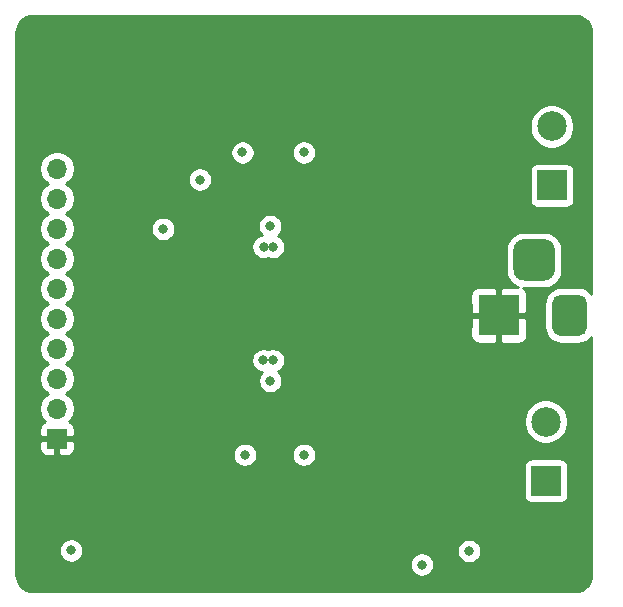
<source format=gbr>
%TF.GenerationSoftware,KiCad,Pcbnew,5.1.9-73d0e3b20d~88~ubuntu20.04.1*%
%TF.CreationDate,2021-06-05T19:46:01+02:00*%
%TF.ProjectId,pooky,706f6f6b-792e-46b6-9963-61645f706362,v1.00*%
%TF.SameCoordinates,Original*%
%TF.FileFunction,Copper,L4,Bot*%
%TF.FilePolarity,Positive*%
%FSLAX46Y46*%
G04 Gerber Fmt 4.6, Leading zero omitted, Abs format (unit mm)*
G04 Created by KiCad (PCBNEW 5.1.9-73d0e3b20d~88~ubuntu20.04.1) date 2021-06-05 19:46:01*
%MOMM*%
%LPD*%
G01*
G04 APERTURE LIST*
%TA.AperFunction,ComponentPad*%
%ADD10C,0.600000*%
%TD*%
%TA.AperFunction,SMDPad,CuDef*%
%ADD11R,3.400000X9.700000*%
%TD*%
%TA.AperFunction,ComponentPad*%
%ADD12R,3.500000X3.500000*%
%TD*%
%TA.AperFunction,ComponentPad*%
%ADD13C,2.500000*%
%TD*%
%TA.AperFunction,ComponentPad*%
%ADD14R,2.500000X2.500000*%
%TD*%
%TA.AperFunction,ComponentPad*%
%ADD15R,1.700000X1.700000*%
%TD*%
%TA.AperFunction,ComponentPad*%
%ADD16O,1.700000X1.700000*%
%TD*%
%TA.AperFunction,ViaPad*%
%ADD17C,0.800000*%
%TD*%
%TA.AperFunction,Conductor*%
%ADD18C,0.254000*%
%TD*%
%TA.AperFunction,Conductor*%
%ADD19C,0.100000*%
%TD*%
G04 APERTURE END LIST*
D10*
%TO.P,U1,29*%
%TO.N,GND*%
X167700000Y-95550000D03*
X169000000Y-95550000D03*
X170300000Y-95550000D03*
X170300000Y-97330000D03*
X169000000Y-97330000D03*
X167700000Y-97330000D03*
X170300000Y-99110000D03*
X169000000Y-99110000D03*
X167700000Y-99110000D03*
X170300000Y-100890000D03*
X169000000Y-100890000D03*
X167700000Y-100890000D03*
X170300000Y-102670000D03*
X169000000Y-102670000D03*
X167700000Y-102670000D03*
X170300000Y-104450000D03*
X169000000Y-104450000D03*
X167700000Y-104450000D03*
D11*
X169000000Y-100000000D03*
%TD*%
D12*
%TO.P,J5,1*%
%TO.N,GND*%
X191500000Y-101000000D03*
%TO.P,J5,2*%
%TO.N,vin*%
%TA.AperFunction,ComponentPad*%
G36*
G01*
X199000000Y-100000000D02*
X199000000Y-102000000D01*
G75*
G02*
X198250000Y-102750000I-750000J0D01*
G01*
X196750000Y-102750000D01*
G75*
G02*
X196000000Y-102000000I0J750000D01*
G01*
X196000000Y-100000000D01*
G75*
G02*
X196750000Y-99250000I750000J0D01*
G01*
X198250000Y-99250000D01*
G75*
G02*
X199000000Y-100000000I0J-750000D01*
G01*
G37*
%TD.AperFunction*%
%TO.P,J5,3*%
%TO.N,N/C*%
%TA.AperFunction,ComponentPad*%
G36*
G01*
X196250000Y-95425000D02*
X196250000Y-97175000D01*
G75*
G02*
X195375000Y-98050000I-875000J0D01*
G01*
X193625000Y-98050000D01*
G75*
G02*
X192750000Y-97175000I0J875000D01*
G01*
X192750000Y-95425000D01*
G75*
G02*
X193625000Y-94550000I875000J0D01*
G01*
X195375000Y-94550000D01*
G75*
G02*
X196250000Y-95425000I0J-875000D01*
G01*
G37*
%TD.AperFunction*%
%TD*%
D13*
%TO.P,LS2,2*%
%TO.N,Net-(C5-Pad2)*%
X196000000Y-85000000D03*
D14*
%TO.P,LS2,1*%
%TO.N,Net-(C6-Pad1)*%
X196000000Y-90000000D03*
%TD*%
%TO.P,LS1,1*%
%TO.N,Net-(C8-Pad1)*%
X195500000Y-115000000D03*
D13*
%TO.P,LS1,2*%
%TO.N,Net-(C7-Pad2)*%
X195500000Y-110000000D03*
%TD*%
D15*
%TO.P,J1,1*%
%TO.N,GND*%
X154100000Y-111430000D03*
D16*
%TO.P,J1,2*%
%TO.N,+5V*%
X154100000Y-108890000D03*
%TO.P,J1,3*%
%TO.N,i2c_scl*%
X154100000Y-106350000D03*
%TO.P,J1,4*%
%TO.N,i2c_sda*%
X154100000Y-103810000D03*
%TO.P,J1,5*%
%TO.N,i2s1_sd*%
X154100000Y-101270000D03*
%TO.P,J1,6*%
%TO.N,i2s1_ws*%
X154100000Y-98730000D03*
%TO.P,J1,7*%
%TO.N,i2s1_ck*%
X154100000Y-96190000D03*
%TO.P,J1,8*%
%TO.N,adc_vin*%
X154100000Y-93650000D03*
%TO.P,J1,9*%
%TO.N,tas_pdn*%
X154100000Y-91110000D03*
%TO.P,J1,10*%
%TO.N,tas_fault*%
X154100000Y-88570000D03*
%TD*%
D17*
%TO.N,GND*%
X164580000Y-93660000D03*
X164580000Y-106320000D03*
X189000000Y-119050000D03*
X177500000Y-123250000D03*
X174000000Y-121900000D03*
X155300000Y-117100000D03*
X163100000Y-106320000D03*
X162000000Y-97890000D03*
X168199982Y-87200000D03*
X176249992Y-93440000D03*
X176000000Y-95200000D03*
X176250000Y-106550000D03*
X176030000Y-104800000D03*
X186960000Y-107790001D03*
X186960000Y-92200000D03*
X160700000Y-120900000D03*
X164200000Y-91000000D03*
X185000000Y-119969998D03*
X188200000Y-117300000D03*
X176000000Y-121900000D03*
X168000012Y-112800000D03*
X163000000Y-87200000D03*
X163000000Y-112800000D03*
%TO.N,vin*%
X169800000Y-87200000D03*
X172150000Y-93450000D03*
X172390000Y-95200000D03*
X172370000Y-104800000D03*
X172160000Y-106550000D03*
X171600000Y-95200000D03*
X171570000Y-104800000D03*
X166200000Y-89500000D03*
X189000000Y-120950000D03*
X185000000Y-122100000D03*
X170000000Y-112800000D03*
X175000000Y-112800000D03*
X175000000Y-87200000D03*
%TO.N,+3V3*%
X163080000Y-93670000D03*
X155300000Y-120900000D03*
%TD*%
D18*
%TO.N,GND*%
X198259659Y-75688625D02*
X198509429Y-75764035D01*
X198739792Y-75886522D01*
X198941980Y-76051422D01*
X199108286Y-76252450D01*
X199232378Y-76481954D01*
X199309531Y-76731195D01*
X199340000Y-77021088D01*
X199340000Y-99150675D01*
X199231515Y-99018485D01*
X199021171Y-98845860D01*
X198781192Y-98717589D01*
X198520799Y-98638599D01*
X198250000Y-98611928D01*
X196750000Y-98611928D01*
X196479201Y-98638599D01*
X196218808Y-98717589D01*
X195978829Y-98845860D01*
X195768485Y-99018485D01*
X195595860Y-99228829D01*
X195467589Y-99468808D01*
X195388599Y-99729201D01*
X195361928Y-100000000D01*
X195361928Y-102000000D01*
X195388599Y-102270799D01*
X195467589Y-102531192D01*
X195595860Y-102771171D01*
X195768485Y-102981515D01*
X195978829Y-103154140D01*
X196218808Y-103282411D01*
X196479201Y-103361401D01*
X196750000Y-103388072D01*
X198250000Y-103388072D01*
X198520799Y-103361401D01*
X198781192Y-103282411D01*
X199021171Y-103154140D01*
X199231515Y-102981515D01*
X199340001Y-102849325D01*
X199340001Y-122967711D01*
X199311375Y-123259660D01*
X199235965Y-123509429D01*
X199113477Y-123739794D01*
X198948579Y-123941979D01*
X198747546Y-124108288D01*
X198518046Y-124232378D01*
X198268805Y-124309531D01*
X197978911Y-124340000D01*
X152032279Y-124340000D01*
X151740340Y-124311375D01*
X151490571Y-124235965D01*
X151260206Y-124113477D01*
X151058021Y-123948579D01*
X150891712Y-123747546D01*
X150767622Y-123518046D01*
X150690469Y-123268805D01*
X150660000Y-122978911D01*
X150660000Y-121998061D01*
X183965000Y-121998061D01*
X183965000Y-122201939D01*
X184004774Y-122401898D01*
X184082795Y-122590256D01*
X184196063Y-122759774D01*
X184340226Y-122903937D01*
X184509744Y-123017205D01*
X184698102Y-123095226D01*
X184898061Y-123135000D01*
X185101939Y-123135000D01*
X185301898Y-123095226D01*
X185490256Y-123017205D01*
X185659774Y-122903937D01*
X185803937Y-122759774D01*
X185917205Y-122590256D01*
X185995226Y-122401898D01*
X186035000Y-122201939D01*
X186035000Y-121998061D01*
X185995226Y-121798102D01*
X185917205Y-121609744D01*
X185803937Y-121440226D01*
X185659774Y-121296063D01*
X185490256Y-121182795D01*
X185301898Y-121104774D01*
X185101939Y-121065000D01*
X184898061Y-121065000D01*
X184698102Y-121104774D01*
X184509744Y-121182795D01*
X184340226Y-121296063D01*
X184196063Y-121440226D01*
X184082795Y-121609744D01*
X184004774Y-121798102D01*
X183965000Y-121998061D01*
X150660000Y-121998061D01*
X150660000Y-120798061D01*
X154265000Y-120798061D01*
X154265000Y-121001939D01*
X154304774Y-121201898D01*
X154382795Y-121390256D01*
X154496063Y-121559774D01*
X154640226Y-121703937D01*
X154809744Y-121817205D01*
X154998102Y-121895226D01*
X155198061Y-121935000D01*
X155401939Y-121935000D01*
X155601898Y-121895226D01*
X155790256Y-121817205D01*
X155959774Y-121703937D01*
X156103937Y-121559774D01*
X156217205Y-121390256D01*
X156295226Y-121201898D01*
X156335000Y-121001939D01*
X156335000Y-120848061D01*
X187965000Y-120848061D01*
X187965000Y-121051939D01*
X188004774Y-121251898D01*
X188082795Y-121440256D01*
X188196063Y-121609774D01*
X188340226Y-121753937D01*
X188509744Y-121867205D01*
X188698102Y-121945226D01*
X188898061Y-121985000D01*
X189101939Y-121985000D01*
X189301898Y-121945226D01*
X189490256Y-121867205D01*
X189659774Y-121753937D01*
X189803937Y-121609774D01*
X189917205Y-121440256D01*
X189995226Y-121251898D01*
X190035000Y-121051939D01*
X190035000Y-120848061D01*
X189995226Y-120648102D01*
X189917205Y-120459744D01*
X189803937Y-120290226D01*
X189659774Y-120146063D01*
X189490256Y-120032795D01*
X189301898Y-119954774D01*
X189101939Y-119915000D01*
X188898061Y-119915000D01*
X188698102Y-119954774D01*
X188509744Y-120032795D01*
X188340226Y-120146063D01*
X188196063Y-120290226D01*
X188082795Y-120459744D01*
X188004774Y-120648102D01*
X187965000Y-120848061D01*
X156335000Y-120848061D01*
X156335000Y-120798061D01*
X156295226Y-120598102D01*
X156217205Y-120409744D01*
X156103937Y-120240226D01*
X155959774Y-120096063D01*
X155790256Y-119982795D01*
X155601898Y-119904774D01*
X155401939Y-119865000D01*
X155198061Y-119865000D01*
X154998102Y-119904774D01*
X154809744Y-119982795D01*
X154640226Y-120096063D01*
X154496063Y-120240226D01*
X154382795Y-120409744D01*
X154304774Y-120598102D01*
X154265000Y-120798061D01*
X150660000Y-120798061D01*
X150660000Y-112280000D01*
X152611928Y-112280000D01*
X152624188Y-112404482D01*
X152660498Y-112524180D01*
X152719463Y-112634494D01*
X152798815Y-112731185D01*
X152895506Y-112810537D01*
X153005820Y-112869502D01*
X153125518Y-112905812D01*
X153250000Y-112918072D01*
X153814250Y-112915000D01*
X153973000Y-112756250D01*
X153973000Y-111557000D01*
X154227000Y-111557000D01*
X154227000Y-112756250D01*
X154385750Y-112915000D01*
X154950000Y-112918072D01*
X155074482Y-112905812D01*
X155194180Y-112869502D01*
X155304494Y-112810537D01*
X155401185Y-112731185D01*
X155428369Y-112698061D01*
X168965000Y-112698061D01*
X168965000Y-112901939D01*
X169004774Y-113101898D01*
X169082795Y-113290256D01*
X169196063Y-113459774D01*
X169340226Y-113603937D01*
X169509744Y-113717205D01*
X169698102Y-113795226D01*
X169898061Y-113835000D01*
X170101939Y-113835000D01*
X170301898Y-113795226D01*
X170490256Y-113717205D01*
X170659774Y-113603937D01*
X170803937Y-113459774D01*
X170917205Y-113290256D01*
X170995226Y-113101898D01*
X171035000Y-112901939D01*
X171035000Y-112698061D01*
X173965000Y-112698061D01*
X173965000Y-112901939D01*
X174004774Y-113101898D01*
X174082795Y-113290256D01*
X174196063Y-113459774D01*
X174340226Y-113603937D01*
X174509744Y-113717205D01*
X174698102Y-113795226D01*
X174898061Y-113835000D01*
X175101939Y-113835000D01*
X175301898Y-113795226D01*
X175411082Y-113750000D01*
X193611928Y-113750000D01*
X193611928Y-116250000D01*
X193624188Y-116374482D01*
X193660498Y-116494180D01*
X193719463Y-116604494D01*
X193798815Y-116701185D01*
X193895506Y-116780537D01*
X194005820Y-116839502D01*
X194125518Y-116875812D01*
X194250000Y-116888072D01*
X196750000Y-116888072D01*
X196874482Y-116875812D01*
X196994180Y-116839502D01*
X197104494Y-116780537D01*
X197201185Y-116701185D01*
X197280537Y-116604494D01*
X197339502Y-116494180D01*
X197375812Y-116374482D01*
X197388072Y-116250000D01*
X197388072Y-113750000D01*
X197375812Y-113625518D01*
X197339502Y-113505820D01*
X197280537Y-113395506D01*
X197201185Y-113298815D01*
X197104494Y-113219463D01*
X196994180Y-113160498D01*
X196874482Y-113124188D01*
X196750000Y-113111928D01*
X194250000Y-113111928D01*
X194125518Y-113124188D01*
X194005820Y-113160498D01*
X193895506Y-113219463D01*
X193798815Y-113298815D01*
X193719463Y-113395506D01*
X193660498Y-113505820D01*
X193624188Y-113625518D01*
X193611928Y-113750000D01*
X175411082Y-113750000D01*
X175490256Y-113717205D01*
X175659774Y-113603937D01*
X175803937Y-113459774D01*
X175917205Y-113290256D01*
X175995226Y-113101898D01*
X176035000Y-112901939D01*
X176035000Y-112698061D01*
X175995226Y-112498102D01*
X175917205Y-112309744D01*
X175803937Y-112140226D01*
X175659774Y-111996063D01*
X175490256Y-111882795D01*
X175301898Y-111804774D01*
X175101939Y-111765000D01*
X174898061Y-111765000D01*
X174698102Y-111804774D01*
X174509744Y-111882795D01*
X174340226Y-111996063D01*
X174196063Y-112140226D01*
X174082795Y-112309744D01*
X174004774Y-112498102D01*
X173965000Y-112698061D01*
X171035000Y-112698061D01*
X170995226Y-112498102D01*
X170917205Y-112309744D01*
X170803937Y-112140226D01*
X170659774Y-111996063D01*
X170490256Y-111882795D01*
X170301898Y-111804774D01*
X170101939Y-111765000D01*
X169898061Y-111765000D01*
X169698102Y-111804774D01*
X169509744Y-111882795D01*
X169340226Y-111996063D01*
X169196063Y-112140226D01*
X169082795Y-112309744D01*
X169004774Y-112498102D01*
X168965000Y-112698061D01*
X155428369Y-112698061D01*
X155480537Y-112634494D01*
X155539502Y-112524180D01*
X155575812Y-112404482D01*
X155588072Y-112280000D01*
X155585000Y-111715750D01*
X155426250Y-111557000D01*
X154227000Y-111557000D01*
X153973000Y-111557000D01*
X152773750Y-111557000D01*
X152615000Y-111715750D01*
X152611928Y-112280000D01*
X150660000Y-112280000D01*
X150660000Y-110580000D01*
X152611928Y-110580000D01*
X152615000Y-111144250D01*
X152773750Y-111303000D01*
X153973000Y-111303000D01*
X153973000Y-111283000D01*
X154227000Y-111283000D01*
X154227000Y-111303000D01*
X155426250Y-111303000D01*
X155585000Y-111144250D01*
X155588072Y-110580000D01*
X155575812Y-110455518D01*
X155539502Y-110335820D01*
X155480537Y-110225506D01*
X155401185Y-110128815D01*
X155304494Y-110049463D01*
X155194180Y-109990498D01*
X155121620Y-109968487D01*
X155253475Y-109836632D01*
X155268367Y-109814344D01*
X193615000Y-109814344D01*
X193615000Y-110185656D01*
X193687439Y-110549834D01*
X193829534Y-110892882D01*
X194035825Y-111201618D01*
X194298382Y-111464175D01*
X194607118Y-111670466D01*
X194950166Y-111812561D01*
X195314344Y-111885000D01*
X195685656Y-111885000D01*
X196049834Y-111812561D01*
X196392882Y-111670466D01*
X196701618Y-111464175D01*
X196964175Y-111201618D01*
X197170466Y-110892882D01*
X197312561Y-110549834D01*
X197385000Y-110185656D01*
X197385000Y-109814344D01*
X197312561Y-109450166D01*
X197170466Y-109107118D01*
X196964175Y-108798382D01*
X196701618Y-108535825D01*
X196392882Y-108329534D01*
X196049834Y-108187439D01*
X195685656Y-108115000D01*
X195314344Y-108115000D01*
X194950166Y-108187439D01*
X194607118Y-108329534D01*
X194298382Y-108535825D01*
X194035825Y-108798382D01*
X193829534Y-109107118D01*
X193687439Y-109450166D01*
X193615000Y-109814344D01*
X155268367Y-109814344D01*
X155415990Y-109593411D01*
X155527932Y-109323158D01*
X155585000Y-109036260D01*
X155585000Y-108743740D01*
X155527932Y-108456842D01*
X155415990Y-108186589D01*
X155253475Y-107943368D01*
X155046632Y-107736525D01*
X154872240Y-107620000D01*
X155046632Y-107503475D01*
X155253475Y-107296632D01*
X155415990Y-107053411D01*
X155527932Y-106783158D01*
X155585000Y-106496260D01*
X155585000Y-106203740D01*
X155527932Y-105916842D01*
X155415990Y-105646589D01*
X155253475Y-105403368D01*
X155046632Y-105196525D01*
X154872240Y-105080000D01*
X155046632Y-104963475D01*
X155253475Y-104756632D01*
X155292610Y-104698061D01*
X170535000Y-104698061D01*
X170535000Y-104901939D01*
X170574774Y-105101898D01*
X170652795Y-105290256D01*
X170766063Y-105459774D01*
X170910226Y-105603937D01*
X171079744Y-105717205D01*
X171268102Y-105795226D01*
X171420708Y-105825581D01*
X171356063Y-105890226D01*
X171242795Y-106059744D01*
X171164774Y-106248102D01*
X171125000Y-106448061D01*
X171125000Y-106651939D01*
X171164774Y-106851898D01*
X171242795Y-107040256D01*
X171356063Y-107209774D01*
X171500226Y-107353937D01*
X171669744Y-107467205D01*
X171858102Y-107545226D01*
X172058061Y-107585000D01*
X172261939Y-107585000D01*
X172461898Y-107545226D01*
X172650256Y-107467205D01*
X172819774Y-107353937D01*
X172963937Y-107209774D01*
X173077205Y-107040256D01*
X173155226Y-106851898D01*
X173195000Y-106651939D01*
X173195000Y-106448061D01*
X173155226Y-106248102D01*
X173077205Y-106059744D01*
X172963937Y-105890226D01*
X172819774Y-105746063D01*
X172808605Y-105738600D01*
X172860256Y-105717205D01*
X173029774Y-105603937D01*
X173173937Y-105459774D01*
X173287205Y-105290256D01*
X173365226Y-105101898D01*
X173405000Y-104901939D01*
X173405000Y-104698061D01*
X173365226Y-104498102D01*
X173287205Y-104309744D01*
X173173937Y-104140226D01*
X173029774Y-103996063D01*
X172860256Y-103882795D01*
X172671898Y-103804774D01*
X172471939Y-103765000D01*
X172268061Y-103765000D01*
X172068102Y-103804774D01*
X171970000Y-103845409D01*
X171871898Y-103804774D01*
X171671939Y-103765000D01*
X171468061Y-103765000D01*
X171268102Y-103804774D01*
X171079744Y-103882795D01*
X170910226Y-103996063D01*
X170766063Y-104140226D01*
X170652795Y-104309744D01*
X170574774Y-104498102D01*
X170535000Y-104698061D01*
X155292610Y-104698061D01*
X155415990Y-104513411D01*
X155527932Y-104243158D01*
X155585000Y-103956260D01*
X155585000Y-103663740D01*
X155527932Y-103376842D01*
X155415990Y-103106589D01*
X155253475Y-102863368D01*
X155140107Y-102750000D01*
X189111928Y-102750000D01*
X189124188Y-102874482D01*
X189160498Y-102994180D01*
X189219463Y-103104494D01*
X189298815Y-103201185D01*
X189395506Y-103280537D01*
X189505820Y-103339502D01*
X189625518Y-103375812D01*
X189750000Y-103388072D01*
X191214250Y-103385000D01*
X191373000Y-103226250D01*
X191373000Y-101127000D01*
X191627000Y-101127000D01*
X191627000Y-103226250D01*
X191785750Y-103385000D01*
X193250000Y-103388072D01*
X193374482Y-103375812D01*
X193494180Y-103339502D01*
X193604494Y-103280537D01*
X193701185Y-103201185D01*
X193780537Y-103104494D01*
X193839502Y-102994180D01*
X193875812Y-102874482D01*
X193888072Y-102750000D01*
X193885000Y-101285750D01*
X193726250Y-101127000D01*
X191627000Y-101127000D01*
X191373000Y-101127000D01*
X189273750Y-101127000D01*
X189115000Y-101285750D01*
X189111928Y-102750000D01*
X155140107Y-102750000D01*
X155046632Y-102656525D01*
X154872240Y-102540000D01*
X155046632Y-102423475D01*
X155253475Y-102216632D01*
X155415990Y-101973411D01*
X155527932Y-101703158D01*
X155585000Y-101416260D01*
X155585000Y-101123740D01*
X155527932Y-100836842D01*
X155415990Y-100566589D01*
X155253475Y-100323368D01*
X155046632Y-100116525D01*
X154872240Y-100000000D01*
X155046632Y-99883475D01*
X155253475Y-99676632D01*
X155415990Y-99433411D01*
X155491961Y-99250000D01*
X189111928Y-99250000D01*
X189115000Y-100714250D01*
X189273750Y-100873000D01*
X191373000Y-100873000D01*
X191373000Y-98773750D01*
X191627000Y-98773750D01*
X191627000Y-100873000D01*
X193726250Y-100873000D01*
X193885000Y-100714250D01*
X193888072Y-99250000D01*
X193875812Y-99125518D01*
X193839502Y-99005820D01*
X193780537Y-98895506D01*
X193701185Y-98798815D01*
X193604494Y-98719463D01*
X193527869Y-98678506D01*
X193625000Y-98688072D01*
X195375000Y-98688072D01*
X195670186Y-98658999D01*
X195954028Y-98572896D01*
X196215618Y-98433073D01*
X196444903Y-98244903D01*
X196633073Y-98015618D01*
X196772896Y-97754028D01*
X196858999Y-97470186D01*
X196888072Y-97175000D01*
X196888072Y-95425000D01*
X196858999Y-95129814D01*
X196772896Y-94845972D01*
X196633073Y-94584382D01*
X196444903Y-94355097D01*
X196215618Y-94166927D01*
X195954028Y-94027104D01*
X195670186Y-93941001D01*
X195375000Y-93911928D01*
X193625000Y-93911928D01*
X193329814Y-93941001D01*
X193045972Y-94027104D01*
X192784382Y-94166927D01*
X192555097Y-94355097D01*
X192366927Y-94584382D01*
X192227104Y-94845972D01*
X192141001Y-95129814D01*
X192111928Y-95425000D01*
X192111928Y-97175000D01*
X192141001Y-97470186D01*
X192227104Y-97754028D01*
X192366927Y-98015618D01*
X192555097Y-98244903D01*
X192784382Y-98433073D01*
X193045972Y-98572896D01*
X193175160Y-98612085D01*
X191785750Y-98615000D01*
X191627000Y-98773750D01*
X191373000Y-98773750D01*
X191214250Y-98615000D01*
X189750000Y-98611928D01*
X189625518Y-98624188D01*
X189505820Y-98660498D01*
X189395506Y-98719463D01*
X189298815Y-98798815D01*
X189219463Y-98895506D01*
X189160498Y-99005820D01*
X189124188Y-99125518D01*
X189111928Y-99250000D01*
X155491961Y-99250000D01*
X155527932Y-99163158D01*
X155585000Y-98876260D01*
X155585000Y-98583740D01*
X155527932Y-98296842D01*
X155415990Y-98026589D01*
X155253475Y-97783368D01*
X155046632Y-97576525D01*
X154872240Y-97460000D01*
X155046632Y-97343475D01*
X155253475Y-97136632D01*
X155415990Y-96893411D01*
X155527932Y-96623158D01*
X155585000Y-96336260D01*
X155585000Y-96043740D01*
X155527932Y-95756842D01*
X155415990Y-95486589D01*
X155253475Y-95243368D01*
X155108168Y-95098061D01*
X170565000Y-95098061D01*
X170565000Y-95301939D01*
X170604774Y-95501898D01*
X170682795Y-95690256D01*
X170796063Y-95859774D01*
X170940226Y-96003937D01*
X171109744Y-96117205D01*
X171298102Y-96195226D01*
X171498061Y-96235000D01*
X171701939Y-96235000D01*
X171901898Y-96195226D01*
X171995000Y-96156662D01*
X172088102Y-96195226D01*
X172288061Y-96235000D01*
X172491939Y-96235000D01*
X172691898Y-96195226D01*
X172880256Y-96117205D01*
X173049774Y-96003937D01*
X173193937Y-95859774D01*
X173307205Y-95690256D01*
X173385226Y-95501898D01*
X173425000Y-95301939D01*
X173425000Y-95098061D01*
X173385226Y-94898102D01*
X173307205Y-94709744D01*
X173193937Y-94540226D01*
X173049774Y-94396063D01*
X172880256Y-94282795D01*
X172810012Y-94253699D01*
X172953937Y-94109774D01*
X173067205Y-93940256D01*
X173145226Y-93751898D01*
X173185000Y-93551939D01*
X173185000Y-93348061D01*
X173145226Y-93148102D01*
X173067205Y-92959744D01*
X172953937Y-92790226D01*
X172809774Y-92646063D01*
X172640256Y-92532795D01*
X172451898Y-92454774D01*
X172251939Y-92415000D01*
X172048061Y-92415000D01*
X171848102Y-92454774D01*
X171659744Y-92532795D01*
X171490226Y-92646063D01*
X171346063Y-92790226D01*
X171232795Y-92959744D01*
X171154774Y-93148102D01*
X171115000Y-93348061D01*
X171115000Y-93551939D01*
X171154774Y-93751898D01*
X171232795Y-93940256D01*
X171346063Y-94109774D01*
X171417344Y-94181055D01*
X171298102Y-94204774D01*
X171109744Y-94282795D01*
X170940226Y-94396063D01*
X170796063Y-94540226D01*
X170682795Y-94709744D01*
X170604774Y-94898102D01*
X170565000Y-95098061D01*
X155108168Y-95098061D01*
X155046632Y-95036525D01*
X154872240Y-94920000D01*
X155046632Y-94803475D01*
X155253475Y-94596632D01*
X155415990Y-94353411D01*
X155527932Y-94083158D01*
X155585000Y-93796260D01*
X155585000Y-93568061D01*
X162045000Y-93568061D01*
X162045000Y-93771939D01*
X162084774Y-93971898D01*
X162162795Y-94160256D01*
X162276063Y-94329774D01*
X162420226Y-94473937D01*
X162589744Y-94587205D01*
X162778102Y-94665226D01*
X162978061Y-94705000D01*
X163181939Y-94705000D01*
X163381898Y-94665226D01*
X163570256Y-94587205D01*
X163739774Y-94473937D01*
X163883937Y-94329774D01*
X163997205Y-94160256D01*
X164075226Y-93971898D01*
X164115000Y-93771939D01*
X164115000Y-93568061D01*
X164075226Y-93368102D01*
X163997205Y-93179744D01*
X163883937Y-93010226D01*
X163739774Y-92866063D01*
X163570256Y-92752795D01*
X163381898Y-92674774D01*
X163181939Y-92635000D01*
X162978061Y-92635000D01*
X162778102Y-92674774D01*
X162589744Y-92752795D01*
X162420226Y-92866063D01*
X162276063Y-93010226D01*
X162162795Y-93179744D01*
X162084774Y-93368102D01*
X162045000Y-93568061D01*
X155585000Y-93568061D01*
X155585000Y-93503740D01*
X155527932Y-93216842D01*
X155415990Y-92946589D01*
X155253475Y-92703368D01*
X155046632Y-92496525D01*
X154872240Y-92380000D01*
X155046632Y-92263475D01*
X155253475Y-92056632D01*
X155415990Y-91813411D01*
X155527932Y-91543158D01*
X155585000Y-91256260D01*
X155585000Y-90963740D01*
X155527932Y-90676842D01*
X155415990Y-90406589D01*
X155253475Y-90163368D01*
X155046632Y-89956525D01*
X154872240Y-89840000D01*
X155046632Y-89723475D01*
X155253475Y-89516632D01*
X155332701Y-89398061D01*
X165165000Y-89398061D01*
X165165000Y-89601939D01*
X165204774Y-89801898D01*
X165282795Y-89990256D01*
X165396063Y-90159774D01*
X165540226Y-90303937D01*
X165709744Y-90417205D01*
X165898102Y-90495226D01*
X166098061Y-90535000D01*
X166301939Y-90535000D01*
X166501898Y-90495226D01*
X166690256Y-90417205D01*
X166859774Y-90303937D01*
X167003937Y-90159774D01*
X167117205Y-89990256D01*
X167195226Y-89801898D01*
X167235000Y-89601939D01*
X167235000Y-89398061D01*
X167195226Y-89198102D01*
X167117205Y-89009744D01*
X167003937Y-88840226D01*
X166913711Y-88750000D01*
X194111928Y-88750000D01*
X194111928Y-91250000D01*
X194124188Y-91374482D01*
X194160498Y-91494180D01*
X194219463Y-91604494D01*
X194298815Y-91701185D01*
X194395506Y-91780537D01*
X194505820Y-91839502D01*
X194625518Y-91875812D01*
X194750000Y-91888072D01*
X197250000Y-91888072D01*
X197374482Y-91875812D01*
X197494180Y-91839502D01*
X197604494Y-91780537D01*
X197701185Y-91701185D01*
X197780537Y-91604494D01*
X197839502Y-91494180D01*
X197875812Y-91374482D01*
X197888072Y-91250000D01*
X197888072Y-88750000D01*
X197875812Y-88625518D01*
X197839502Y-88505820D01*
X197780537Y-88395506D01*
X197701185Y-88298815D01*
X197604494Y-88219463D01*
X197494180Y-88160498D01*
X197374482Y-88124188D01*
X197250000Y-88111928D01*
X194750000Y-88111928D01*
X194625518Y-88124188D01*
X194505820Y-88160498D01*
X194395506Y-88219463D01*
X194298815Y-88298815D01*
X194219463Y-88395506D01*
X194160498Y-88505820D01*
X194124188Y-88625518D01*
X194111928Y-88750000D01*
X166913711Y-88750000D01*
X166859774Y-88696063D01*
X166690256Y-88582795D01*
X166501898Y-88504774D01*
X166301939Y-88465000D01*
X166098061Y-88465000D01*
X165898102Y-88504774D01*
X165709744Y-88582795D01*
X165540226Y-88696063D01*
X165396063Y-88840226D01*
X165282795Y-89009744D01*
X165204774Y-89198102D01*
X165165000Y-89398061D01*
X155332701Y-89398061D01*
X155415990Y-89273411D01*
X155527932Y-89003158D01*
X155585000Y-88716260D01*
X155585000Y-88423740D01*
X155527932Y-88136842D01*
X155415990Y-87866589D01*
X155253475Y-87623368D01*
X155046632Y-87416525D01*
X154803411Y-87254010D01*
X154533158Y-87142068D01*
X154311922Y-87098061D01*
X168765000Y-87098061D01*
X168765000Y-87301939D01*
X168804774Y-87501898D01*
X168882795Y-87690256D01*
X168996063Y-87859774D01*
X169140226Y-88003937D01*
X169309744Y-88117205D01*
X169498102Y-88195226D01*
X169698061Y-88235000D01*
X169901939Y-88235000D01*
X170101898Y-88195226D01*
X170290256Y-88117205D01*
X170459774Y-88003937D01*
X170603937Y-87859774D01*
X170717205Y-87690256D01*
X170795226Y-87501898D01*
X170835000Y-87301939D01*
X170835000Y-87098061D01*
X173965000Y-87098061D01*
X173965000Y-87301939D01*
X174004774Y-87501898D01*
X174082795Y-87690256D01*
X174196063Y-87859774D01*
X174340226Y-88003937D01*
X174509744Y-88117205D01*
X174698102Y-88195226D01*
X174898061Y-88235000D01*
X175101939Y-88235000D01*
X175301898Y-88195226D01*
X175490256Y-88117205D01*
X175659774Y-88003937D01*
X175803937Y-87859774D01*
X175917205Y-87690256D01*
X175995226Y-87501898D01*
X176035000Y-87301939D01*
X176035000Y-87098061D01*
X175995226Y-86898102D01*
X175917205Y-86709744D01*
X175803937Y-86540226D01*
X175659774Y-86396063D01*
X175490256Y-86282795D01*
X175301898Y-86204774D01*
X175101939Y-86165000D01*
X174898061Y-86165000D01*
X174698102Y-86204774D01*
X174509744Y-86282795D01*
X174340226Y-86396063D01*
X174196063Y-86540226D01*
X174082795Y-86709744D01*
X174004774Y-86898102D01*
X173965000Y-87098061D01*
X170835000Y-87098061D01*
X170795226Y-86898102D01*
X170717205Y-86709744D01*
X170603937Y-86540226D01*
X170459774Y-86396063D01*
X170290256Y-86282795D01*
X170101898Y-86204774D01*
X169901939Y-86165000D01*
X169698061Y-86165000D01*
X169498102Y-86204774D01*
X169309744Y-86282795D01*
X169140226Y-86396063D01*
X168996063Y-86540226D01*
X168882795Y-86709744D01*
X168804774Y-86898102D01*
X168765000Y-87098061D01*
X154311922Y-87098061D01*
X154246260Y-87085000D01*
X153953740Y-87085000D01*
X153666842Y-87142068D01*
X153396589Y-87254010D01*
X153153368Y-87416525D01*
X152946525Y-87623368D01*
X152784010Y-87866589D01*
X152672068Y-88136842D01*
X152615000Y-88423740D01*
X152615000Y-88716260D01*
X152672068Y-89003158D01*
X152784010Y-89273411D01*
X152946525Y-89516632D01*
X153153368Y-89723475D01*
X153327760Y-89840000D01*
X153153368Y-89956525D01*
X152946525Y-90163368D01*
X152784010Y-90406589D01*
X152672068Y-90676842D01*
X152615000Y-90963740D01*
X152615000Y-91256260D01*
X152672068Y-91543158D01*
X152784010Y-91813411D01*
X152946525Y-92056632D01*
X153153368Y-92263475D01*
X153327760Y-92380000D01*
X153153368Y-92496525D01*
X152946525Y-92703368D01*
X152784010Y-92946589D01*
X152672068Y-93216842D01*
X152615000Y-93503740D01*
X152615000Y-93796260D01*
X152672068Y-94083158D01*
X152784010Y-94353411D01*
X152946525Y-94596632D01*
X153153368Y-94803475D01*
X153327760Y-94920000D01*
X153153368Y-95036525D01*
X152946525Y-95243368D01*
X152784010Y-95486589D01*
X152672068Y-95756842D01*
X152615000Y-96043740D01*
X152615000Y-96336260D01*
X152672068Y-96623158D01*
X152784010Y-96893411D01*
X152946525Y-97136632D01*
X153153368Y-97343475D01*
X153327760Y-97460000D01*
X153153368Y-97576525D01*
X152946525Y-97783368D01*
X152784010Y-98026589D01*
X152672068Y-98296842D01*
X152615000Y-98583740D01*
X152615000Y-98876260D01*
X152672068Y-99163158D01*
X152784010Y-99433411D01*
X152946525Y-99676632D01*
X153153368Y-99883475D01*
X153327760Y-100000000D01*
X153153368Y-100116525D01*
X152946525Y-100323368D01*
X152784010Y-100566589D01*
X152672068Y-100836842D01*
X152615000Y-101123740D01*
X152615000Y-101416260D01*
X152672068Y-101703158D01*
X152784010Y-101973411D01*
X152946525Y-102216632D01*
X153153368Y-102423475D01*
X153327760Y-102540000D01*
X153153368Y-102656525D01*
X152946525Y-102863368D01*
X152784010Y-103106589D01*
X152672068Y-103376842D01*
X152615000Y-103663740D01*
X152615000Y-103956260D01*
X152672068Y-104243158D01*
X152784010Y-104513411D01*
X152946525Y-104756632D01*
X153153368Y-104963475D01*
X153327760Y-105080000D01*
X153153368Y-105196525D01*
X152946525Y-105403368D01*
X152784010Y-105646589D01*
X152672068Y-105916842D01*
X152615000Y-106203740D01*
X152615000Y-106496260D01*
X152672068Y-106783158D01*
X152784010Y-107053411D01*
X152946525Y-107296632D01*
X153153368Y-107503475D01*
X153327760Y-107620000D01*
X153153368Y-107736525D01*
X152946525Y-107943368D01*
X152784010Y-108186589D01*
X152672068Y-108456842D01*
X152615000Y-108743740D01*
X152615000Y-109036260D01*
X152672068Y-109323158D01*
X152784010Y-109593411D01*
X152946525Y-109836632D01*
X153078380Y-109968487D01*
X153005820Y-109990498D01*
X152895506Y-110049463D01*
X152798815Y-110128815D01*
X152719463Y-110225506D01*
X152660498Y-110335820D01*
X152624188Y-110455518D01*
X152611928Y-110580000D01*
X150660000Y-110580000D01*
X150660000Y-84814344D01*
X194115000Y-84814344D01*
X194115000Y-85185656D01*
X194187439Y-85549834D01*
X194329534Y-85892882D01*
X194535825Y-86201618D01*
X194798382Y-86464175D01*
X195107118Y-86670466D01*
X195450166Y-86812561D01*
X195814344Y-86885000D01*
X196185656Y-86885000D01*
X196549834Y-86812561D01*
X196892882Y-86670466D01*
X197201618Y-86464175D01*
X197464175Y-86201618D01*
X197670466Y-85892882D01*
X197812561Y-85549834D01*
X197885000Y-85185656D01*
X197885000Y-84814344D01*
X197812561Y-84450166D01*
X197670466Y-84107118D01*
X197464175Y-83798382D01*
X197201618Y-83535825D01*
X196892882Y-83329534D01*
X196549834Y-83187439D01*
X196185656Y-83115000D01*
X195814344Y-83115000D01*
X195450166Y-83187439D01*
X195107118Y-83329534D01*
X194798382Y-83535825D01*
X194535825Y-83798382D01*
X194329534Y-84107118D01*
X194187439Y-84450166D01*
X194115000Y-84814344D01*
X150660000Y-84814344D01*
X150660000Y-77032279D01*
X150688625Y-76740341D01*
X150764035Y-76490571D01*
X150886522Y-76260208D01*
X151051422Y-76058020D01*
X151252450Y-75891714D01*
X151481954Y-75767622D01*
X151731195Y-75690469D01*
X152021088Y-75660000D01*
X197967721Y-75660000D01*
X198259659Y-75688625D01*
%TA.AperFunction,Conductor*%
D19*
G36*
X198259659Y-75688625D02*
G01*
X198509429Y-75764035D01*
X198739792Y-75886522D01*
X198941980Y-76051422D01*
X199108286Y-76252450D01*
X199232378Y-76481954D01*
X199309531Y-76731195D01*
X199340000Y-77021088D01*
X199340000Y-99150675D01*
X199231515Y-99018485D01*
X199021171Y-98845860D01*
X198781192Y-98717589D01*
X198520799Y-98638599D01*
X198250000Y-98611928D01*
X196750000Y-98611928D01*
X196479201Y-98638599D01*
X196218808Y-98717589D01*
X195978829Y-98845860D01*
X195768485Y-99018485D01*
X195595860Y-99228829D01*
X195467589Y-99468808D01*
X195388599Y-99729201D01*
X195361928Y-100000000D01*
X195361928Y-102000000D01*
X195388599Y-102270799D01*
X195467589Y-102531192D01*
X195595860Y-102771171D01*
X195768485Y-102981515D01*
X195978829Y-103154140D01*
X196218808Y-103282411D01*
X196479201Y-103361401D01*
X196750000Y-103388072D01*
X198250000Y-103388072D01*
X198520799Y-103361401D01*
X198781192Y-103282411D01*
X199021171Y-103154140D01*
X199231515Y-102981515D01*
X199340001Y-102849325D01*
X199340001Y-122967711D01*
X199311375Y-123259660D01*
X199235965Y-123509429D01*
X199113477Y-123739794D01*
X198948579Y-123941979D01*
X198747546Y-124108288D01*
X198518046Y-124232378D01*
X198268805Y-124309531D01*
X197978911Y-124340000D01*
X152032279Y-124340000D01*
X151740340Y-124311375D01*
X151490571Y-124235965D01*
X151260206Y-124113477D01*
X151058021Y-123948579D01*
X150891712Y-123747546D01*
X150767622Y-123518046D01*
X150690469Y-123268805D01*
X150660000Y-122978911D01*
X150660000Y-121998061D01*
X183965000Y-121998061D01*
X183965000Y-122201939D01*
X184004774Y-122401898D01*
X184082795Y-122590256D01*
X184196063Y-122759774D01*
X184340226Y-122903937D01*
X184509744Y-123017205D01*
X184698102Y-123095226D01*
X184898061Y-123135000D01*
X185101939Y-123135000D01*
X185301898Y-123095226D01*
X185490256Y-123017205D01*
X185659774Y-122903937D01*
X185803937Y-122759774D01*
X185917205Y-122590256D01*
X185995226Y-122401898D01*
X186035000Y-122201939D01*
X186035000Y-121998061D01*
X185995226Y-121798102D01*
X185917205Y-121609744D01*
X185803937Y-121440226D01*
X185659774Y-121296063D01*
X185490256Y-121182795D01*
X185301898Y-121104774D01*
X185101939Y-121065000D01*
X184898061Y-121065000D01*
X184698102Y-121104774D01*
X184509744Y-121182795D01*
X184340226Y-121296063D01*
X184196063Y-121440226D01*
X184082795Y-121609744D01*
X184004774Y-121798102D01*
X183965000Y-121998061D01*
X150660000Y-121998061D01*
X150660000Y-120798061D01*
X154265000Y-120798061D01*
X154265000Y-121001939D01*
X154304774Y-121201898D01*
X154382795Y-121390256D01*
X154496063Y-121559774D01*
X154640226Y-121703937D01*
X154809744Y-121817205D01*
X154998102Y-121895226D01*
X155198061Y-121935000D01*
X155401939Y-121935000D01*
X155601898Y-121895226D01*
X155790256Y-121817205D01*
X155959774Y-121703937D01*
X156103937Y-121559774D01*
X156217205Y-121390256D01*
X156295226Y-121201898D01*
X156335000Y-121001939D01*
X156335000Y-120848061D01*
X187965000Y-120848061D01*
X187965000Y-121051939D01*
X188004774Y-121251898D01*
X188082795Y-121440256D01*
X188196063Y-121609774D01*
X188340226Y-121753937D01*
X188509744Y-121867205D01*
X188698102Y-121945226D01*
X188898061Y-121985000D01*
X189101939Y-121985000D01*
X189301898Y-121945226D01*
X189490256Y-121867205D01*
X189659774Y-121753937D01*
X189803937Y-121609774D01*
X189917205Y-121440256D01*
X189995226Y-121251898D01*
X190035000Y-121051939D01*
X190035000Y-120848061D01*
X189995226Y-120648102D01*
X189917205Y-120459744D01*
X189803937Y-120290226D01*
X189659774Y-120146063D01*
X189490256Y-120032795D01*
X189301898Y-119954774D01*
X189101939Y-119915000D01*
X188898061Y-119915000D01*
X188698102Y-119954774D01*
X188509744Y-120032795D01*
X188340226Y-120146063D01*
X188196063Y-120290226D01*
X188082795Y-120459744D01*
X188004774Y-120648102D01*
X187965000Y-120848061D01*
X156335000Y-120848061D01*
X156335000Y-120798061D01*
X156295226Y-120598102D01*
X156217205Y-120409744D01*
X156103937Y-120240226D01*
X155959774Y-120096063D01*
X155790256Y-119982795D01*
X155601898Y-119904774D01*
X155401939Y-119865000D01*
X155198061Y-119865000D01*
X154998102Y-119904774D01*
X154809744Y-119982795D01*
X154640226Y-120096063D01*
X154496063Y-120240226D01*
X154382795Y-120409744D01*
X154304774Y-120598102D01*
X154265000Y-120798061D01*
X150660000Y-120798061D01*
X150660000Y-112280000D01*
X152611928Y-112280000D01*
X152624188Y-112404482D01*
X152660498Y-112524180D01*
X152719463Y-112634494D01*
X152798815Y-112731185D01*
X152895506Y-112810537D01*
X153005820Y-112869502D01*
X153125518Y-112905812D01*
X153250000Y-112918072D01*
X153814250Y-112915000D01*
X153973000Y-112756250D01*
X153973000Y-111557000D01*
X154227000Y-111557000D01*
X154227000Y-112756250D01*
X154385750Y-112915000D01*
X154950000Y-112918072D01*
X155074482Y-112905812D01*
X155194180Y-112869502D01*
X155304494Y-112810537D01*
X155401185Y-112731185D01*
X155428369Y-112698061D01*
X168965000Y-112698061D01*
X168965000Y-112901939D01*
X169004774Y-113101898D01*
X169082795Y-113290256D01*
X169196063Y-113459774D01*
X169340226Y-113603937D01*
X169509744Y-113717205D01*
X169698102Y-113795226D01*
X169898061Y-113835000D01*
X170101939Y-113835000D01*
X170301898Y-113795226D01*
X170490256Y-113717205D01*
X170659774Y-113603937D01*
X170803937Y-113459774D01*
X170917205Y-113290256D01*
X170995226Y-113101898D01*
X171035000Y-112901939D01*
X171035000Y-112698061D01*
X173965000Y-112698061D01*
X173965000Y-112901939D01*
X174004774Y-113101898D01*
X174082795Y-113290256D01*
X174196063Y-113459774D01*
X174340226Y-113603937D01*
X174509744Y-113717205D01*
X174698102Y-113795226D01*
X174898061Y-113835000D01*
X175101939Y-113835000D01*
X175301898Y-113795226D01*
X175411082Y-113750000D01*
X193611928Y-113750000D01*
X193611928Y-116250000D01*
X193624188Y-116374482D01*
X193660498Y-116494180D01*
X193719463Y-116604494D01*
X193798815Y-116701185D01*
X193895506Y-116780537D01*
X194005820Y-116839502D01*
X194125518Y-116875812D01*
X194250000Y-116888072D01*
X196750000Y-116888072D01*
X196874482Y-116875812D01*
X196994180Y-116839502D01*
X197104494Y-116780537D01*
X197201185Y-116701185D01*
X197280537Y-116604494D01*
X197339502Y-116494180D01*
X197375812Y-116374482D01*
X197388072Y-116250000D01*
X197388072Y-113750000D01*
X197375812Y-113625518D01*
X197339502Y-113505820D01*
X197280537Y-113395506D01*
X197201185Y-113298815D01*
X197104494Y-113219463D01*
X196994180Y-113160498D01*
X196874482Y-113124188D01*
X196750000Y-113111928D01*
X194250000Y-113111928D01*
X194125518Y-113124188D01*
X194005820Y-113160498D01*
X193895506Y-113219463D01*
X193798815Y-113298815D01*
X193719463Y-113395506D01*
X193660498Y-113505820D01*
X193624188Y-113625518D01*
X193611928Y-113750000D01*
X175411082Y-113750000D01*
X175490256Y-113717205D01*
X175659774Y-113603937D01*
X175803937Y-113459774D01*
X175917205Y-113290256D01*
X175995226Y-113101898D01*
X176035000Y-112901939D01*
X176035000Y-112698061D01*
X175995226Y-112498102D01*
X175917205Y-112309744D01*
X175803937Y-112140226D01*
X175659774Y-111996063D01*
X175490256Y-111882795D01*
X175301898Y-111804774D01*
X175101939Y-111765000D01*
X174898061Y-111765000D01*
X174698102Y-111804774D01*
X174509744Y-111882795D01*
X174340226Y-111996063D01*
X174196063Y-112140226D01*
X174082795Y-112309744D01*
X174004774Y-112498102D01*
X173965000Y-112698061D01*
X171035000Y-112698061D01*
X170995226Y-112498102D01*
X170917205Y-112309744D01*
X170803937Y-112140226D01*
X170659774Y-111996063D01*
X170490256Y-111882795D01*
X170301898Y-111804774D01*
X170101939Y-111765000D01*
X169898061Y-111765000D01*
X169698102Y-111804774D01*
X169509744Y-111882795D01*
X169340226Y-111996063D01*
X169196063Y-112140226D01*
X169082795Y-112309744D01*
X169004774Y-112498102D01*
X168965000Y-112698061D01*
X155428369Y-112698061D01*
X155480537Y-112634494D01*
X155539502Y-112524180D01*
X155575812Y-112404482D01*
X155588072Y-112280000D01*
X155585000Y-111715750D01*
X155426250Y-111557000D01*
X154227000Y-111557000D01*
X153973000Y-111557000D01*
X152773750Y-111557000D01*
X152615000Y-111715750D01*
X152611928Y-112280000D01*
X150660000Y-112280000D01*
X150660000Y-110580000D01*
X152611928Y-110580000D01*
X152615000Y-111144250D01*
X152773750Y-111303000D01*
X153973000Y-111303000D01*
X153973000Y-111283000D01*
X154227000Y-111283000D01*
X154227000Y-111303000D01*
X155426250Y-111303000D01*
X155585000Y-111144250D01*
X155588072Y-110580000D01*
X155575812Y-110455518D01*
X155539502Y-110335820D01*
X155480537Y-110225506D01*
X155401185Y-110128815D01*
X155304494Y-110049463D01*
X155194180Y-109990498D01*
X155121620Y-109968487D01*
X155253475Y-109836632D01*
X155268367Y-109814344D01*
X193615000Y-109814344D01*
X193615000Y-110185656D01*
X193687439Y-110549834D01*
X193829534Y-110892882D01*
X194035825Y-111201618D01*
X194298382Y-111464175D01*
X194607118Y-111670466D01*
X194950166Y-111812561D01*
X195314344Y-111885000D01*
X195685656Y-111885000D01*
X196049834Y-111812561D01*
X196392882Y-111670466D01*
X196701618Y-111464175D01*
X196964175Y-111201618D01*
X197170466Y-110892882D01*
X197312561Y-110549834D01*
X197385000Y-110185656D01*
X197385000Y-109814344D01*
X197312561Y-109450166D01*
X197170466Y-109107118D01*
X196964175Y-108798382D01*
X196701618Y-108535825D01*
X196392882Y-108329534D01*
X196049834Y-108187439D01*
X195685656Y-108115000D01*
X195314344Y-108115000D01*
X194950166Y-108187439D01*
X194607118Y-108329534D01*
X194298382Y-108535825D01*
X194035825Y-108798382D01*
X193829534Y-109107118D01*
X193687439Y-109450166D01*
X193615000Y-109814344D01*
X155268367Y-109814344D01*
X155415990Y-109593411D01*
X155527932Y-109323158D01*
X155585000Y-109036260D01*
X155585000Y-108743740D01*
X155527932Y-108456842D01*
X155415990Y-108186589D01*
X155253475Y-107943368D01*
X155046632Y-107736525D01*
X154872240Y-107620000D01*
X155046632Y-107503475D01*
X155253475Y-107296632D01*
X155415990Y-107053411D01*
X155527932Y-106783158D01*
X155585000Y-106496260D01*
X155585000Y-106203740D01*
X155527932Y-105916842D01*
X155415990Y-105646589D01*
X155253475Y-105403368D01*
X155046632Y-105196525D01*
X154872240Y-105080000D01*
X155046632Y-104963475D01*
X155253475Y-104756632D01*
X155292610Y-104698061D01*
X170535000Y-104698061D01*
X170535000Y-104901939D01*
X170574774Y-105101898D01*
X170652795Y-105290256D01*
X170766063Y-105459774D01*
X170910226Y-105603937D01*
X171079744Y-105717205D01*
X171268102Y-105795226D01*
X171420708Y-105825581D01*
X171356063Y-105890226D01*
X171242795Y-106059744D01*
X171164774Y-106248102D01*
X171125000Y-106448061D01*
X171125000Y-106651939D01*
X171164774Y-106851898D01*
X171242795Y-107040256D01*
X171356063Y-107209774D01*
X171500226Y-107353937D01*
X171669744Y-107467205D01*
X171858102Y-107545226D01*
X172058061Y-107585000D01*
X172261939Y-107585000D01*
X172461898Y-107545226D01*
X172650256Y-107467205D01*
X172819774Y-107353937D01*
X172963937Y-107209774D01*
X173077205Y-107040256D01*
X173155226Y-106851898D01*
X173195000Y-106651939D01*
X173195000Y-106448061D01*
X173155226Y-106248102D01*
X173077205Y-106059744D01*
X172963937Y-105890226D01*
X172819774Y-105746063D01*
X172808605Y-105738600D01*
X172860256Y-105717205D01*
X173029774Y-105603937D01*
X173173937Y-105459774D01*
X173287205Y-105290256D01*
X173365226Y-105101898D01*
X173405000Y-104901939D01*
X173405000Y-104698061D01*
X173365226Y-104498102D01*
X173287205Y-104309744D01*
X173173937Y-104140226D01*
X173029774Y-103996063D01*
X172860256Y-103882795D01*
X172671898Y-103804774D01*
X172471939Y-103765000D01*
X172268061Y-103765000D01*
X172068102Y-103804774D01*
X171970000Y-103845409D01*
X171871898Y-103804774D01*
X171671939Y-103765000D01*
X171468061Y-103765000D01*
X171268102Y-103804774D01*
X171079744Y-103882795D01*
X170910226Y-103996063D01*
X170766063Y-104140226D01*
X170652795Y-104309744D01*
X170574774Y-104498102D01*
X170535000Y-104698061D01*
X155292610Y-104698061D01*
X155415990Y-104513411D01*
X155527932Y-104243158D01*
X155585000Y-103956260D01*
X155585000Y-103663740D01*
X155527932Y-103376842D01*
X155415990Y-103106589D01*
X155253475Y-102863368D01*
X155140107Y-102750000D01*
X189111928Y-102750000D01*
X189124188Y-102874482D01*
X189160498Y-102994180D01*
X189219463Y-103104494D01*
X189298815Y-103201185D01*
X189395506Y-103280537D01*
X189505820Y-103339502D01*
X189625518Y-103375812D01*
X189750000Y-103388072D01*
X191214250Y-103385000D01*
X191373000Y-103226250D01*
X191373000Y-101127000D01*
X191627000Y-101127000D01*
X191627000Y-103226250D01*
X191785750Y-103385000D01*
X193250000Y-103388072D01*
X193374482Y-103375812D01*
X193494180Y-103339502D01*
X193604494Y-103280537D01*
X193701185Y-103201185D01*
X193780537Y-103104494D01*
X193839502Y-102994180D01*
X193875812Y-102874482D01*
X193888072Y-102750000D01*
X193885000Y-101285750D01*
X193726250Y-101127000D01*
X191627000Y-101127000D01*
X191373000Y-101127000D01*
X189273750Y-101127000D01*
X189115000Y-101285750D01*
X189111928Y-102750000D01*
X155140107Y-102750000D01*
X155046632Y-102656525D01*
X154872240Y-102540000D01*
X155046632Y-102423475D01*
X155253475Y-102216632D01*
X155415990Y-101973411D01*
X155527932Y-101703158D01*
X155585000Y-101416260D01*
X155585000Y-101123740D01*
X155527932Y-100836842D01*
X155415990Y-100566589D01*
X155253475Y-100323368D01*
X155046632Y-100116525D01*
X154872240Y-100000000D01*
X155046632Y-99883475D01*
X155253475Y-99676632D01*
X155415990Y-99433411D01*
X155491961Y-99250000D01*
X189111928Y-99250000D01*
X189115000Y-100714250D01*
X189273750Y-100873000D01*
X191373000Y-100873000D01*
X191373000Y-98773750D01*
X191627000Y-98773750D01*
X191627000Y-100873000D01*
X193726250Y-100873000D01*
X193885000Y-100714250D01*
X193888072Y-99250000D01*
X193875812Y-99125518D01*
X193839502Y-99005820D01*
X193780537Y-98895506D01*
X193701185Y-98798815D01*
X193604494Y-98719463D01*
X193527869Y-98678506D01*
X193625000Y-98688072D01*
X195375000Y-98688072D01*
X195670186Y-98658999D01*
X195954028Y-98572896D01*
X196215618Y-98433073D01*
X196444903Y-98244903D01*
X196633073Y-98015618D01*
X196772896Y-97754028D01*
X196858999Y-97470186D01*
X196888072Y-97175000D01*
X196888072Y-95425000D01*
X196858999Y-95129814D01*
X196772896Y-94845972D01*
X196633073Y-94584382D01*
X196444903Y-94355097D01*
X196215618Y-94166927D01*
X195954028Y-94027104D01*
X195670186Y-93941001D01*
X195375000Y-93911928D01*
X193625000Y-93911928D01*
X193329814Y-93941001D01*
X193045972Y-94027104D01*
X192784382Y-94166927D01*
X192555097Y-94355097D01*
X192366927Y-94584382D01*
X192227104Y-94845972D01*
X192141001Y-95129814D01*
X192111928Y-95425000D01*
X192111928Y-97175000D01*
X192141001Y-97470186D01*
X192227104Y-97754028D01*
X192366927Y-98015618D01*
X192555097Y-98244903D01*
X192784382Y-98433073D01*
X193045972Y-98572896D01*
X193175160Y-98612085D01*
X191785750Y-98615000D01*
X191627000Y-98773750D01*
X191373000Y-98773750D01*
X191214250Y-98615000D01*
X189750000Y-98611928D01*
X189625518Y-98624188D01*
X189505820Y-98660498D01*
X189395506Y-98719463D01*
X189298815Y-98798815D01*
X189219463Y-98895506D01*
X189160498Y-99005820D01*
X189124188Y-99125518D01*
X189111928Y-99250000D01*
X155491961Y-99250000D01*
X155527932Y-99163158D01*
X155585000Y-98876260D01*
X155585000Y-98583740D01*
X155527932Y-98296842D01*
X155415990Y-98026589D01*
X155253475Y-97783368D01*
X155046632Y-97576525D01*
X154872240Y-97460000D01*
X155046632Y-97343475D01*
X155253475Y-97136632D01*
X155415990Y-96893411D01*
X155527932Y-96623158D01*
X155585000Y-96336260D01*
X155585000Y-96043740D01*
X155527932Y-95756842D01*
X155415990Y-95486589D01*
X155253475Y-95243368D01*
X155108168Y-95098061D01*
X170565000Y-95098061D01*
X170565000Y-95301939D01*
X170604774Y-95501898D01*
X170682795Y-95690256D01*
X170796063Y-95859774D01*
X170940226Y-96003937D01*
X171109744Y-96117205D01*
X171298102Y-96195226D01*
X171498061Y-96235000D01*
X171701939Y-96235000D01*
X171901898Y-96195226D01*
X171995000Y-96156662D01*
X172088102Y-96195226D01*
X172288061Y-96235000D01*
X172491939Y-96235000D01*
X172691898Y-96195226D01*
X172880256Y-96117205D01*
X173049774Y-96003937D01*
X173193937Y-95859774D01*
X173307205Y-95690256D01*
X173385226Y-95501898D01*
X173425000Y-95301939D01*
X173425000Y-95098061D01*
X173385226Y-94898102D01*
X173307205Y-94709744D01*
X173193937Y-94540226D01*
X173049774Y-94396063D01*
X172880256Y-94282795D01*
X172810012Y-94253699D01*
X172953937Y-94109774D01*
X173067205Y-93940256D01*
X173145226Y-93751898D01*
X173185000Y-93551939D01*
X173185000Y-93348061D01*
X173145226Y-93148102D01*
X173067205Y-92959744D01*
X172953937Y-92790226D01*
X172809774Y-92646063D01*
X172640256Y-92532795D01*
X172451898Y-92454774D01*
X172251939Y-92415000D01*
X172048061Y-92415000D01*
X171848102Y-92454774D01*
X171659744Y-92532795D01*
X171490226Y-92646063D01*
X171346063Y-92790226D01*
X171232795Y-92959744D01*
X171154774Y-93148102D01*
X171115000Y-93348061D01*
X171115000Y-93551939D01*
X171154774Y-93751898D01*
X171232795Y-93940256D01*
X171346063Y-94109774D01*
X171417344Y-94181055D01*
X171298102Y-94204774D01*
X171109744Y-94282795D01*
X170940226Y-94396063D01*
X170796063Y-94540226D01*
X170682795Y-94709744D01*
X170604774Y-94898102D01*
X170565000Y-95098061D01*
X155108168Y-95098061D01*
X155046632Y-95036525D01*
X154872240Y-94920000D01*
X155046632Y-94803475D01*
X155253475Y-94596632D01*
X155415990Y-94353411D01*
X155527932Y-94083158D01*
X155585000Y-93796260D01*
X155585000Y-93568061D01*
X162045000Y-93568061D01*
X162045000Y-93771939D01*
X162084774Y-93971898D01*
X162162795Y-94160256D01*
X162276063Y-94329774D01*
X162420226Y-94473937D01*
X162589744Y-94587205D01*
X162778102Y-94665226D01*
X162978061Y-94705000D01*
X163181939Y-94705000D01*
X163381898Y-94665226D01*
X163570256Y-94587205D01*
X163739774Y-94473937D01*
X163883937Y-94329774D01*
X163997205Y-94160256D01*
X164075226Y-93971898D01*
X164115000Y-93771939D01*
X164115000Y-93568061D01*
X164075226Y-93368102D01*
X163997205Y-93179744D01*
X163883937Y-93010226D01*
X163739774Y-92866063D01*
X163570256Y-92752795D01*
X163381898Y-92674774D01*
X163181939Y-92635000D01*
X162978061Y-92635000D01*
X162778102Y-92674774D01*
X162589744Y-92752795D01*
X162420226Y-92866063D01*
X162276063Y-93010226D01*
X162162795Y-93179744D01*
X162084774Y-93368102D01*
X162045000Y-93568061D01*
X155585000Y-93568061D01*
X155585000Y-93503740D01*
X155527932Y-93216842D01*
X155415990Y-92946589D01*
X155253475Y-92703368D01*
X155046632Y-92496525D01*
X154872240Y-92380000D01*
X155046632Y-92263475D01*
X155253475Y-92056632D01*
X155415990Y-91813411D01*
X155527932Y-91543158D01*
X155585000Y-91256260D01*
X155585000Y-90963740D01*
X155527932Y-90676842D01*
X155415990Y-90406589D01*
X155253475Y-90163368D01*
X155046632Y-89956525D01*
X154872240Y-89840000D01*
X155046632Y-89723475D01*
X155253475Y-89516632D01*
X155332701Y-89398061D01*
X165165000Y-89398061D01*
X165165000Y-89601939D01*
X165204774Y-89801898D01*
X165282795Y-89990256D01*
X165396063Y-90159774D01*
X165540226Y-90303937D01*
X165709744Y-90417205D01*
X165898102Y-90495226D01*
X166098061Y-90535000D01*
X166301939Y-90535000D01*
X166501898Y-90495226D01*
X166690256Y-90417205D01*
X166859774Y-90303937D01*
X167003937Y-90159774D01*
X167117205Y-89990256D01*
X167195226Y-89801898D01*
X167235000Y-89601939D01*
X167235000Y-89398061D01*
X167195226Y-89198102D01*
X167117205Y-89009744D01*
X167003937Y-88840226D01*
X166913711Y-88750000D01*
X194111928Y-88750000D01*
X194111928Y-91250000D01*
X194124188Y-91374482D01*
X194160498Y-91494180D01*
X194219463Y-91604494D01*
X194298815Y-91701185D01*
X194395506Y-91780537D01*
X194505820Y-91839502D01*
X194625518Y-91875812D01*
X194750000Y-91888072D01*
X197250000Y-91888072D01*
X197374482Y-91875812D01*
X197494180Y-91839502D01*
X197604494Y-91780537D01*
X197701185Y-91701185D01*
X197780537Y-91604494D01*
X197839502Y-91494180D01*
X197875812Y-91374482D01*
X197888072Y-91250000D01*
X197888072Y-88750000D01*
X197875812Y-88625518D01*
X197839502Y-88505820D01*
X197780537Y-88395506D01*
X197701185Y-88298815D01*
X197604494Y-88219463D01*
X197494180Y-88160498D01*
X197374482Y-88124188D01*
X197250000Y-88111928D01*
X194750000Y-88111928D01*
X194625518Y-88124188D01*
X194505820Y-88160498D01*
X194395506Y-88219463D01*
X194298815Y-88298815D01*
X194219463Y-88395506D01*
X194160498Y-88505820D01*
X194124188Y-88625518D01*
X194111928Y-88750000D01*
X166913711Y-88750000D01*
X166859774Y-88696063D01*
X166690256Y-88582795D01*
X166501898Y-88504774D01*
X166301939Y-88465000D01*
X166098061Y-88465000D01*
X165898102Y-88504774D01*
X165709744Y-88582795D01*
X165540226Y-88696063D01*
X165396063Y-88840226D01*
X165282795Y-89009744D01*
X165204774Y-89198102D01*
X165165000Y-89398061D01*
X155332701Y-89398061D01*
X155415990Y-89273411D01*
X155527932Y-89003158D01*
X155585000Y-88716260D01*
X155585000Y-88423740D01*
X155527932Y-88136842D01*
X155415990Y-87866589D01*
X155253475Y-87623368D01*
X155046632Y-87416525D01*
X154803411Y-87254010D01*
X154533158Y-87142068D01*
X154311922Y-87098061D01*
X168765000Y-87098061D01*
X168765000Y-87301939D01*
X168804774Y-87501898D01*
X168882795Y-87690256D01*
X168996063Y-87859774D01*
X169140226Y-88003937D01*
X169309744Y-88117205D01*
X169498102Y-88195226D01*
X169698061Y-88235000D01*
X169901939Y-88235000D01*
X170101898Y-88195226D01*
X170290256Y-88117205D01*
X170459774Y-88003937D01*
X170603937Y-87859774D01*
X170717205Y-87690256D01*
X170795226Y-87501898D01*
X170835000Y-87301939D01*
X170835000Y-87098061D01*
X173965000Y-87098061D01*
X173965000Y-87301939D01*
X174004774Y-87501898D01*
X174082795Y-87690256D01*
X174196063Y-87859774D01*
X174340226Y-88003937D01*
X174509744Y-88117205D01*
X174698102Y-88195226D01*
X174898061Y-88235000D01*
X175101939Y-88235000D01*
X175301898Y-88195226D01*
X175490256Y-88117205D01*
X175659774Y-88003937D01*
X175803937Y-87859774D01*
X175917205Y-87690256D01*
X175995226Y-87501898D01*
X176035000Y-87301939D01*
X176035000Y-87098061D01*
X175995226Y-86898102D01*
X175917205Y-86709744D01*
X175803937Y-86540226D01*
X175659774Y-86396063D01*
X175490256Y-86282795D01*
X175301898Y-86204774D01*
X175101939Y-86165000D01*
X174898061Y-86165000D01*
X174698102Y-86204774D01*
X174509744Y-86282795D01*
X174340226Y-86396063D01*
X174196063Y-86540226D01*
X174082795Y-86709744D01*
X174004774Y-86898102D01*
X173965000Y-87098061D01*
X170835000Y-87098061D01*
X170795226Y-86898102D01*
X170717205Y-86709744D01*
X170603937Y-86540226D01*
X170459774Y-86396063D01*
X170290256Y-86282795D01*
X170101898Y-86204774D01*
X169901939Y-86165000D01*
X169698061Y-86165000D01*
X169498102Y-86204774D01*
X169309744Y-86282795D01*
X169140226Y-86396063D01*
X168996063Y-86540226D01*
X168882795Y-86709744D01*
X168804774Y-86898102D01*
X168765000Y-87098061D01*
X154311922Y-87098061D01*
X154246260Y-87085000D01*
X153953740Y-87085000D01*
X153666842Y-87142068D01*
X153396589Y-87254010D01*
X153153368Y-87416525D01*
X152946525Y-87623368D01*
X152784010Y-87866589D01*
X152672068Y-88136842D01*
X152615000Y-88423740D01*
X152615000Y-88716260D01*
X152672068Y-89003158D01*
X152784010Y-89273411D01*
X152946525Y-89516632D01*
X153153368Y-89723475D01*
X153327760Y-89840000D01*
X153153368Y-89956525D01*
X152946525Y-90163368D01*
X152784010Y-90406589D01*
X152672068Y-90676842D01*
X152615000Y-90963740D01*
X152615000Y-91256260D01*
X152672068Y-91543158D01*
X152784010Y-91813411D01*
X152946525Y-92056632D01*
X153153368Y-92263475D01*
X153327760Y-92380000D01*
X153153368Y-92496525D01*
X152946525Y-92703368D01*
X152784010Y-92946589D01*
X152672068Y-93216842D01*
X152615000Y-93503740D01*
X152615000Y-93796260D01*
X152672068Y-94083158D01*
X152784010Y-94353411D01*
X152946525Y-94596632D01*
X153153368Y-94803475D01*
X153327760Y-94920000D01*
X153153368Y-95036525D01*
X152946525Y-95243368D01*
X152784010Y-95486589D01*
X152672068Y-95756842D01*
X152615000Y-96043740D01*
X152615000Y-96336260D01*
X152672068Y-96623158D01*
X152784010Y-96893411D01*
X152946525Y-97136632D01*
X153153368Y-97343475D01*
X153327760Y-97460000D01*
X153153368Y-97576525D01*
X152946525Y-97783368D01*
X152784010Y-98026589D01*
X152672068Y-98296842D01*
X152615000Y-98583740D01*
X152615000Y-98876260D01*
X152672068Y-99163158D01*
X152784010Y-99433411D01*
X152946525Y-99676632D01*
X153153368Y-99883475D01*
X153327760Y-100000000D01*
X153153368Y-100116525D01*
X152946525Y-100323368D01*
X152784010Y-100566589D01*
X152672068Y-100836842D01*
X152615000Y-101123740D01*
X152615000Y-101416260D01*
X152672068Y-101703158D01*
X152784010Y-101973411D01*
X152946525Y-102216632D01*
X153153368Y-102423475D01*
X153327760Y-102540000D01*
X153153368Y-102656525D01*
X152946525Y-102863368D01*
X152784010Y-103106589D01*
X152672068Y-103376842D01*
X152615000Y-103663740D01*
X152615000Y-103956260D01*
X152672068Y-104243158D01*
X152784010Y-104513411D01*
X152946525Y-104756632D01*
X153153368Y-104963475D01*
X153327760Y-105080000D01*
X153153368Y-105196525D01*
X152946525Y-105403368D01*
X152784010Y-105646589D01*
X152672068Y-105916842D01*
X152615000Y-106203740D01*
X152615000Y-106496260D01*
X152672068Y-106783158D01*
X152784010Y-107053411D01*
X152946525Y-107296632D01*
X153153368Y-107503475D01*
X153327760Y-107620000D01*
X153153368Y-107736525D01*
X152946525Y-107943368D01*
X152784010Y-108186589D01*
X152672068Y-108456842D01*
X152615000Y-108743740D01*
X152615000Y-109036260D01*
X152672068Y-109323158D01*
X152784010Y-109593411D01*
X152946525Y-109836632D01*
X153078380Y-109968487D01*
X153005820Y-109990498D01*
X152895506Y-110049463D01*
X152798815Y-110128815D01*
X152719463Y-110225506D01*
X152660498Y-110335820D01*
X152624188Y-110455518D01*
X152611928Y-110580000D01*
X150660000Y-110580000D01*
X150660000Y-84814344D01*
X194115000Y-84814344D01*
X194115000Y-85185656D01*
X194187439Y-85549834D01*
X194329534Y-85892882D01*
X194535825Y-86201618D01*
X194798382Y-86464175D01*
X195107118Y-86670466D01*
X195450166Y-86812561D01*
X195814344Y-86885000D01*
X196185656Y-86885000D01*
X196549834Y-86812561D01*
X196892882Y-86670466D01*
X197201618Y-86464175D01*
X197464175Y-86201618D01*
X197670466Y-85892882D01*
X197812561Y-85549834D01*
X197885000Y-85185656D01*
X197885000Y-84814344D01*
X197812561Y-84450166D01*
X197670466Y-84107118D01*
X197464175Y-83798382D01*
X197201618Y-83535825D01*
X196892882Y-83329534D01*
X196549834Y-83187439D01*
X196185656Y-83115000D01*
X195814344Y-83115000D01*
X195450166Y-83187439D01*
X195107118Y-83329534D01*
X194798382Y-83535825D01*
X194535825Y-83798382D01*
X194329534Y-84107118D01*
X194187439Y-84450166D01*
X194115000Y-84814344D01*
X150660000Y-84814344D01*
X150660000Y-77032279D01*
X150688625Y-76740341D01*
X150764035Y-76490571D01*
X150886522Y-76260208D01*
X151051422Y-76058020D01*
X151252450Y-75891714D01*
X151481954Y-75767622D01*
X151731195Y-75690469D01*
X152021088Y-75660000D01*
X197967721Y-75660000D01*
X198259659Y-75688625D01*
G37*
%TD.AperFunction*%
%TD*%
M02*

</source>
